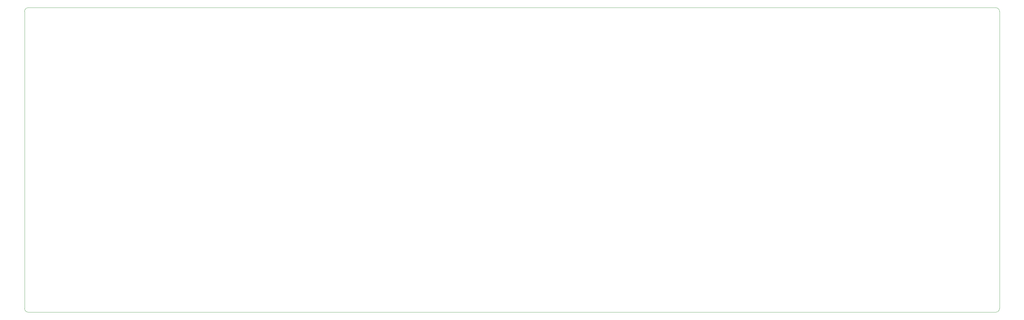
<source format=gm1>
%TF.GenerationSoftware,KiCad,Pcbnew,(6.0.11-0)*%
%TF.CreationDate,2023-07-19T11:20:52+01:00*%
%TF.ProjectId,keybird,6b657962-6972-4642-9e6b-696361645f70,0.3*%
%TF.SameCoordinates,Original*%
%TF.FileFunction,Profile,NP*%
%FSLAX46Y46*%
G04 Gerber Fmt 4.6, Leading zero omitted, Abs format (unit mm)*
G04 Created by KiCad (PCBNEW (6.0.11-0)) date 2023-07-19 11:20:52*
%MOMM*%
%LPD*%
G01*
G04 APERTURE LIST*
%TA.AperFunction,Profile*%
%ADD10C,0.100000*%
%TD*%
G04 APERTURE END LIST*
D10*
X319087500Y-15478125D02*
X319087500Y-108346875D01*
X317896875Y-109537500D02*
G75*
G03*
X319087500Y-108346875I25J1190600D01*
G01*
X14287500Y-108346875D02*
G75*
G03*
X15478125Y-109537500I1190600J-25D01*
G01*
X15478125Y-14287500D02*
G75*
G03*
X14287500Y-15478125I5J-1190630D01*
G01*
X15478125Y-14287500D02*
X317896875Y-14287500D01*
X319087500Y-15478125D02*
G75*
G03*
X317896875Y-14287500I-1190600J25D01*
G01*
X317896875Y-109537500D02*
X15478125Y-109537500D01*
X14287500Y-108346875D02*
X14287500Y-15478125D01*
M02*

</source>
